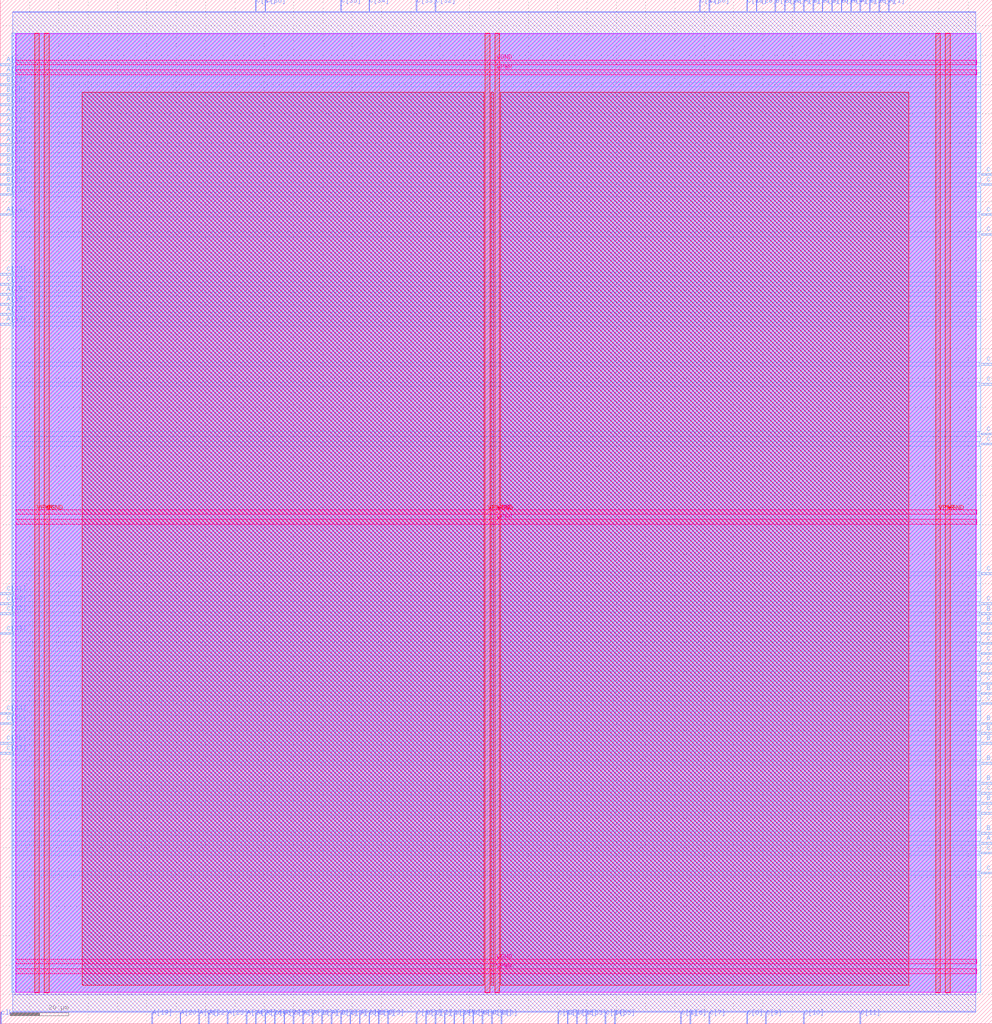
<source format=lef>
VERSION 5.7 ;
  NOWIREEXTENSIONATPIN ON ;
  DIVIDERCHAR "/" ;
  BUSBITCHARS "[]" ;
MACRO mul_32
  CLASS BLOCK ;
  FOREIGN mul_32 ;
  ORIGIN 0.000 0.000 ;
  SIZE 338.180 BY 348.900 ;
  PIN A[0]
    DIRECTION INPUT ;
    USE SIGNAL ;
    ANTENNAGATEAREA 0.213000 ;
    PORT
      LAYER met3 ;
        RECT 334.180 61.240 338.180 61.840 ;
    END
  END A[0]
  PIN A[10]
    DIRECTION INPUT ;
    USE SIGNAL ;
    ANTENNAGATEAREA 0.196500 ;
    PORT
      LAYER met3 ;
        RECT 0.000 309.440 4.000 310.040 ;
    END
  END A[10]
  PIN A[11]
    DIRECTION INPUT ;
    USE SIGNAL ;
    ANTENNAGATEAREA 0.213000 ;
    PORT
      LAYER met3 ;
        RECT 0.000 306.040 4.000 306.640 ;
    END
  END A[11]
  PIN A[12]
    DIRECTION INPUT ;
    USE SIGNAL ;
    ANTENNAGATEAREA 0.196500 ;
    PORT
      LAYER met3 ;
        RECT 0.000 302.640 4.000 303.240 ;
    END
  END A[12]
  PIN A[13]
    DIRECTION INPUT ;
    USE SIGNAL ;
    ANTENNAGATEAREA 0.213000 ;
    PORT
      LAYER met3 ;
        RECT 0.000 299.240 4.000 299.840 ;
    END
  END A[13]
  PIN A[14]
    DIRECTION INPUT ;
    USE SIGNAL ;
    ANTENNAGATEAREA 0.196500 ;
    PORT
      LAYER met3 ;
        RECT 0.000 275.440 4.000 276.040 ;
    END
  END A[14]
  PIN A[15]
    DIRECTION INPUT ;
    USE SIGNAL ;
    ANTENNAGATEAREA 0.196500 ;
    PORT
      LAYER met3 ;
        RECT 0.000 248.240 4.000 248.840 ;
    END
  END A[15]
  PIN A[16]
    DIRECTION INPUT ;
    USE SIGNAL ;
    ANTENNAGATEAREA 0.126000 ;
    PORT
      LAYER met3 ;
        RECT 0.000 244.840 4.000 245.440 ;
    END
  END A[16]
  PIN A[17]
    DIRECTION INPUT ;
    USE SIGNAL ;
    ANTENNAGATEAREA 0.196500 ;
    PORT
      LAYER met3 ;
        RECT 0.000 241.440 4.000 242.040 ;
    END
  END A[17]
  PIN A[18]
    DIRECTION INPUT ;
    USE SIGNAL ;
    ANTENNAGATEAREA 0.126000 ;
    PORT
      LAYER met3 ;
        RECT 0.000 238.040 4.000 238.640 ;
    END
  END A[18]
  PIN A[19]
    DIRECTION INPUT ;
    USE SIGNAL ;
    ANTENNAGATEAREA 0.213000 ;
    PORT
      LAYER met2 ;
        RECT 51.610 0.000 51.890 4.000 ;
    END
  END A[19]
  PIN A[1]
    DIRECTION INPUT ;
    USE SIGNAL ;
    ANTENNAGATEAREA 0.126000 ;
    PORT
      LAYER met2 ;
        RECT 302.770 344.900 303.050 348.900 ;
    END
  END A[1]
  PIN A[20]
    DIRECTION INPUT ;
    USE SIGNAL ;
    ANTENNAGATEAREA 0.159000 ;
    PORT
      LAYER met2 ;
        RECT 61.270 0.000 61.550 4.000 ;
    END
  END A[20]
  PIN A[21]
    DIRECTION INPUT ;
    USE SIGNAL ;
    ANTENNAGATEAREA 0.159000 ;
    PORT
      LAYER met2 ;
        RECT 67.710 0.000 67.990 4.000 ;
    END
  END A[21]
  PIN A[22]
    DIRECTION INPUT ;
    USE SIGNAL ;
    ANTENNAGATEAREA 0.196500 ;
    PORT
      LAYER met2 ;
        RECT 70.930 0.000 71.210 4.000 ;
    END
  END A[22]
  PIN A[23]
    DIRECTION INPUT ;
    USE SIGNAL ;
    ANTENNAGATEAREA 0.159000 ;
    PORT
      LAYER met2 ;
        RECT 77.370 0.000 77.650 4.000 ;
    END
  END A[23]
  PIN A[24]
    DIRECTION INPUT ;
    USE SIGNAL ;
    ANTENNAGATEAREA 0.213000 ;
    PORT
      LAYER met2 ;
        RECT 83.810 0.000 84.090 4.000 ;
    END
  END A[24]
  PIN A[25]
    DIRECTION INPUT ;
    USE SIGNAL ;
    ANTENNAGATEAREA 0.213000 ;
    PORT
      LAYER met2 ;
        RECT 87.030 0.000 87.310 4.000 ;
    END
  END A[25]
  PIN A[26]
    DIRECTION INPUT ;
    USE SIGNAL ;
    ANTENNAGATEAREA 0.196500 ;
    PORT
      LAYER met2 ;
        RECT 90.250 0.000 90.530 4.000 ;
    END
  END A[26]
  PIN A[27]
    DIRECTION INPUT ;
    USE SIGNAL ;
    ANTENNAGATEAREA 0.196500 ;
    PORT
      LAYER met2 ;
        RECT 103.130 0.000 103.410 4.000 ;
    END
  END A[27]
  PIN A[28]
    DIRECTION INPUT ;
    USE SIGNAL ;
    ANTENNAGATEAREA 0.196500 ;
    PORT
      LAYER met2 ;
        RECT 122.450 0.000 122.730 4.000 ;
    END
  END A[28]
  PIN A[29]
    DIRECTION INPUT ;
    USE SIGNAL ;
    ANTENNAGATEAREA 0.213000 ;
    PORT
      LAYER met2 ;
        RECT 96.690 0.000 96.970 4.000 ;
    END
  END A[29]
  PIN A[2]
    DIRECTION INPUT ;
    USE SIGNAL ;
    ANTENNAGATEAREA 0.196500 ;
    PORT
      LAYER met2 ;
        RECT 299.550 344.900 299.830 348.900 ;
    END
  END A[2]
  PIN A[30]
    DIRECTION INPUT ;
    USE SIGNAL ;
    ANTENNAGATEAREA 0.196500 ;
    PORT
      LAYER met2 ;
        RECT 112.790 0.000 113.070 4.000 ;
    END
  END A[30]
  PIN A[31]
    DIRECTION INPUT ;
    USE SIGNAL ;
    ANTENNAGATEAREA 0.196500 ;
    PORT
      LAYER met2 ;
        RECT 106.350 0.000 106.630 4.000 ;
    END
  END A[31]
  PIN A[3]
    DIRECTION INPUT ;
    USE SIGNAL ;
    ANTENNAGATEAREA 0.159000 ;
    PORT
      LAYER met2 ;
        RECT 293.110 344.900 293.390 348.900 ;
    END
  END A[3]
  PIN A[4]
    DIRECTION INPUT ;
    USE SIGNAL ;
    ANTENNAGATEAREA 0.159000 ;
    PORT
      LAYER met2 ;
        RECT 289.890 344.900 290.170 348.900 ;
    END
  END A[4]
  PIN A[5]
    DIRECTION INPUT ;
    USE SIGNAL ;
    ANTENNAGATEAREA 0.159000 ;
    PORT
      LAYER met2 ;
        RECT 280.230 344.900 280.510 348.900 ;
    END
  END A[5]
  PIN A[6]
    DIRECTION INPUT ;
    USE SIGNAL ;
    ANTENNAGATEAREA 0.213000 ;
    PORT
      LAYER met2 ;
        RECT 273.790 344.900 274.070 348.900 ;
    END
  END A[6]
  PIN A[7]
    DIRECTION INPUT ;
    USE SIGNAL ;
    ANTENNAGATEAREA 0.196500 ;
    PORT
      LAYER met2 ;
        RECT 270.570 344.900 270.850 348.900 ;
    END
  END A[7]
  PIN A[8]
    DIRECTION INPUT ;
    USE SIGNAL ;
    ANTENNAGATEAREA 0.196500 ;
    PORT
      LAYER met3 ;
        RECT 0.000 326.440 4.000 327.040 ;
    END
  END A[8]
  PIN A[9]
    DIRECTION INPUT ;
    USE SIGNAL ;
    ANTENNAGATEAREA 0.213000 ;
    PORT
      LAYER met3 ;
        RECT 0.000 323.040 4.000 323.640 ;
    END
  END A[9]
  PIN B[0]
    DIRECTION INPUT ;
    USE SIGNAL ;
    ANTENNAGATEAREA 0.159000 ;
    PORT
      LAYER met2 ;
        RECT 170.750 0.000 171.030 4.000 ;
    END
  END B[0]
  PIN B[10]
    DIRECTION INPUT ;
    USE SIGNAL ;
    ANTENNAGATEAREA 0.213000 ;
    PORT
      LAYER met3 ;
        RECT 334.180 81.640 338.180 82.240 ;
    END
  END B[10]
  PIN B[11]
    DIRECTION INPUT ;
    USE SIGNAL ;
    ANTENNAGATEAREA 0.159000 ;
    PORT
      LAYER met3 ;
        RECT 334.180 88.440 338.180 89.040 ;
    END
  END B[11]
  PIN B[12]
    DIRECTION INPUT ;
    USE SIGNAL ;
    ANTENNAGATEAREA 0.196500 ;
    PORT
      LAYER met3 ;
        RECT 334.180 95.240 338.180 95.840 ;
    END
  END B[12]
  PIN B[13]
    DIRECTION INPUT ;
    USE SIGNAL ;
    ANTENNAGATEAREA 0.159000 ;
    PORT
      LAYER met3 ;
        RECT 334.180 98.640 338.180 99.240 ;
    END
  END B[13]
  PIN B[14]
    DIRECTION INPUT ;
    USE SIGNAL ;
    ANTENNAGATEAREA 0.213000 ;
    PORT
      LAYER met3 ;
        RECT 334.180 102.040 338.180 102.640 ;
    END
  END B[14]
  PIN B[15]
    DIRECTION INPUT ;
    USE SIGNAL ;
    ANTENNAGATEAREA 0.213000 ;
    PORT
      LAYER met3 ;
        RECT 334.180 136.040 338.180 136.640 ;
    END
  END B[15]
  PIN B[16]
    DIRECTION INPUT ;
    USE SIGNAL ;
    ANTENNAGATEAREA 0.196500 ;
    PORT
      LAYER met3 ;
        RECT 334.180 112.240 338.180 112.840 ;
    END
  END B[16]
  PIN B[17]
    DIRECTION INPUT ;
    USE SIGNAL ;
    ANTENNAGATEAREA 0.196500 ;
    PORT
      LAYER met3 ;
        RECT 334.180 139.440 338.180 140.040 ;
    END
  END B[17]
  PIN B[18]
    DIRECTION INPUT ;
    USE SIGNAL ;
    ANTENNAGATEAREA 0.213000 ;
    PORT
      LAYER met2 ;
        RECT 296.330 344.900 296.610 348.900 ;
    END
  END B[18]
  PIN B[19]
    DIRECTION INPUT ;
    USE SIGNAL ;
    ANTENNAGATEAREA 0.213000 ;
    PORT
      LAYER met2 ;
        RECT 286.670 344.900 286.950 348.900 ;
    END
  END B[19]
  PIN B[1]
    DIRECTION INPUT ;
    USE SIGNAL ;
    ANTENNAGATEAREA 0.196500 ;
    PORT
      LAYER met2 ;
        RECT 144.990 0.000 145.270 4.000 ;
    END
  END B[1]
  PIN B[20]
    DIRECTION INPUT ;
    USE SIGNAL ;
    ANTENNAGATEAREA 0.196500 ;
    PORT
      LAYER met2 ;
        RECT 283.450 344.900 283.730 348.900 ;
    END
  END B[20]
  PIN B[21]
    DIRECTION INPUT ;
    USE SIGNAL ;
    ANTENNAGATEAREA 0.196500 ;
    PORT
      LAYER met2 ;
        RECT 277.010 344.900 277.290 348.900 ;
    END
  END B[21]
  PIN B[22]
    DIRECTION INPUT ;
    USE SIGNAL ;
    ANTENNAGATEAREA 0.213000 ;
    PORT
      LAYER met2 ;
        RECT 267.350 344.900 267.630 348.900 ;
    END
  END B[22]
  PIN B[23]
    DIRECTION INPUT ;
    USE SIGNAL ;
    ANTENNAGATEAREA 0.196500 ;
    PORT
      LAYER met2 ;
        RECT 264.130 344.900 264.410 348.900 ;
    END
  END B[23]
  PIN B[24]
    DIRECTION INPUT ;
    USE SIGNAL ;
    ANTENNAGATEAREA 0.213000 ;
    PORT
      LAYER met3 ;
        RECT 0.000 319.640 4.000 320.240 ;
    END
  END B[24]
  PIN B[25]
    DIRECTION INPUT ;
    USE SIGNAL ;
    ANTENNAGATEAREA 0.196500 ;
    PORT
      LAYER met3 ;
        RECT 0.000 316.240 4.000 316.840 ;
    END
  END B[25]
  PIN B[26]
    DIRECTION INPUT ;
    USE SIGNAL ;
    ANTENNAGATEAREA 0.213000 ;
    PORT
      LAYER met3 ;
        RECT 0.000 312.840 4.000 313.440 ;
    END
  END B[26]
  PIN B[27]
    DIRECTION INPUT ;
    USE SIGNAL ;
    ANTENNAGATEAREA 0.213000 ;
    PORT
      LAYER met3 ;
        RECT 0.000 295.840 4.000 296.440 ;
    END
  END B[27]
  PIN B[28]
    DIRECTION INPUT ;
    USE SIGNAL ;
    ANTENNAGATEAREA 0.213000 ;
    PORT
      LAYER met3 ;
        RECT 0.000 292.440 4.000 293.040 ;
    END
  END B[28]
  PIN B[29]
    DIRECTION INPUT ;
    USE SIGNAL ;
    ANTENNAGATEAREA 0.213000 ;
    PORT
      LAYER met3 ;
        RECT 0.000 289.040 4.000 289.640 ;
    END
  END B[29]
  PIN B[2]
    DIRECTION INPUT ;
    USE SIGNAL ;
    ANTENNAGATEAREA 0.159000 ;
    PORT
      LAYER met2 ;
        RECT 148.210 0.000 148.490 4.000 ;
    END
  END B[2]
  PIN B[30]
    DIRECTION INPUT ;
    USE SIGNAL ;
    ANTENNAGATEAREA 0.196500 ;
    PORT
      LAYER met3 ;
        RECT 0.000 285.640 4.000 286.240 ;
    END
  END B[30]
  PIN B[31]
    DIRECTION INPUT ;
    USE SIGNAL ;
    ANTENNAGATEAREA 0.213000 ;
    PORT
      LAYER met3 ;
        RECT 0.000 282.240 4.000 282.840 ;
    END
  END B[31]
  PIN B[3]
    DIRECTION INPUT ;
    USE SIGNAL ;
    ANTENNAGATEAREA 0.213000 ;
    PORT
      LAYER met2 ;
        RECT 132.110 0.000 132.390 4.000 ;
    END
  END B[3]
  PIN B[4]
    DIRECTION INPUT ;
    USE SIGNAL ;
    ANTENNAGATEAREA 0.196500 ;
    PORT
      LAYER met2 ;
        RECT 116.010 0.000 116.290 4.000 ;
    END
  END B[4]
  PIN B[5]
    DIRECTION INPUT ;
    USE SIGNAL ;
    ANTENNAGATEAREA 0.196500 ;
    PORT
      LAYER met2 ;
        RECT 119.230 0.000 119.510 4.000 ;
    END
  END B[5]
  PIN B[6]
    DIRECTION INPUT ;
    USE SIGNAL ;
    ANTENNAGATEAREA 0.213000 ;
    PORT
      LAYER met2 ;
        RECT 128.890 0.000 129.170 4.000 ;
    END
  END B[6]
  PIN B[7]
    DIRECTION INPUT ;
    USE SIGNAL ;
    ANTENNAGATEAREA 0.213000 ;
    PORT
      LAYER met2 ;
        RECT 109.570 0.000 109.850 4.000 ;
    END
  END B[7]
  PIN B[8]
    DIRECTION INPUT ;
    USE SIGNAL ;
    ANTENNAGATEAREA 0.196500 ;
    PORT
      LAYER met3 ;
        RECT 334.180 74.840 338.180 75.440 ;
    END
  END B[8]
  PIN B[9]
    DIRECTION INPUT ;
    USE SIGNAL ;
    ANTENNAGATEAREA 0.213000 ;
    PORT
      LAYER met3 ;
        RECT 334.180 64.640 338.180 65.240 ;
    END
  END B[9]
  PIN C[0]
    DIRECTION OUTPUT ;
    USE SIGNAL ;
    ANTENNADIFFAREA 0.445500 ;
    PORT
      LAYER met3 ;
        RECT 334.180 132.640 338.180 133.240 ;
    END
  END C[0]
  PIN C[10]
    DIRECTION OUTPUT ;
    USE SIGNAL ;
    ANTENNADIFFAREA 0.445500 ;
    PORT
      LAYER met2 ;
        RECT 273.790 0.000 274.070 4.000 ;
    END
  END C[10]
  PIN C[11]
    DIRECTION OUTPUT ;
    USE SIGNAL ;
    ANTENNADIFFAREA 0.445500 ;
    PORT
      LAYER met2 ;
        RECT 293.110 0.000 293.390 4.000 ;
    END
  END C[11]
  PIN C[12]
    DIRECTION OUTPUT ;
    USE SIGNAL ;
    ANTENNADIFFAREA 0.445500 ;
    PORT
      LAYER met3 ;
        RECT 334.180 51.040 338.180 51.640 ;
    END
  END C[12]
  PIN C[13]
    DIRECTION OUTPUT ;
    USE SIGNAL ;
    ANTENNADIFFAREA 0.445500 ;
    PORT
      LAYER met3 ;
        RECT 334.180 57.840 338.180 58.440 ;
    END
  END C[13]
  PIN C[14]
    DIRECTION OUTPUT ;
    USE SIGNAL ;
    ANTENNADIFFAREA 0.445500 ;
    PORT
      LAYER met3 ;
        RECT 334.180 71.440 338.180 72.040 ;
    END
  END C[14]
  PIN C[15]
    DIRECTION OUTPUT ;
    USE SIGNAL ;
    ANTENNADIFFAREA 0.445500 ;
    PORT
      LAYER met3 ;
        RECT 334.180 78.240 338.180 78.840 ;
    END
  END C[15]
  PIN C[16]
    DIRECTION OUTPUT ;
    USE SIGNAL ;
    ANTENNADIFFAREA 0.445500 ;
    PORT
      LAYER met3 ;
        RECT 334.180 119.040 338.180 119.640 ;
    END
  END C[16]
  PIN C[17]
    DIRECTION OUTPUT ;
    USE SIGNAL ;
    ANTENNADIFFAREA 0.445500 ;
    PORT
      LAYER met3 ;
        RECT 334.180 122.440 338.180 123.040 ;
    END
  END C[17]
  PIN C[18]
    DIRECTION OUTPUT ;
    USE SIGNAL ;
    ANTENNADIFFAREA 0.445500 ;
    PORT
      LAYER met3 ;
        RECT 334.180 142.840 338.180 143.440 ;
    END
  END C[18]
  PIN C[19]
    DIRECTION OUTPUT ;
    USE SIGNAL ;
    ANTENNADIFFAREA 0.445500 ;
    PORT
      LAYER met3 ;
        RECT 334.180 153.040 338.180 153.640 ;
    END
  END C[19]
  PIN C[1]
    DIRECTION OUTPUT ;
    USE SIGNAL ;
    ANTENNADIFFAREA 0.445500 ;
    PORT
      LAYER met3 ;
        RECT 334.180 129.240 338.180 129.840 ;
    END
  END C[1]
  PIN C[20]
    DIRECTION OUTPUT ;
    USE SIGNAL ;
    ANTENNADIFFAREA 0.445500 ;
    PORT
      LAYER met3 ;
        RECT 334.180 197.240 338.180 197.840 ;
    END
  END C[20]
  PIN C[21]
    DIRECTION OUTPUT ;
    USE SIGNAL ;
    ANTENNADIFFAREA 0.445500 ;
    PORT
      LAYER met3 ;
        RECT 334.180 200.640 338.180 201.240 ;
    END
  END C[21]
  PIN C[22]
    DIRECTION OUTPUT ;
    USE SIGNAL ;
    ANTENNADIFFAREA 0.445500 ;
    PORT
      LAYER met3 ;
        RECT 334.180 217.640 338.180 218.240 ;
    END
  END C[22]
  PIN C[23]
    DIRECTION OUTPUT ;
    USE SIGNAL ;
    ANTENNADIFFAREA 0.445500 ;
    PORT
      LAYER met3 ;
        RECT 334.180 224.440 338.180 225.040 ;
    END
  END C[23]
  PIN C[24]
    DIRECTION OUTPUT ;
    USE SIGNAL ;
    ANTENNADIFFAREA 0.445500 ;
    PORT
      LAYER met3 ;
        RECT 334.180 268.640 338.180 269.240 ;
    END
  END C[24]
  PIN C[25]
    DIRECTION OUTPUT ;
    USE SIGNAL ;
    ANTENNADIFFAREA 0.445500 ;
    PORT
      LAYER met3 ;
        RECT 334.180 275.440 338.180 276.040 ;
    END
  END C[25]
  PIN C[26]
    DIRECTION OUTPUT ;
    USE SIGNAL ;
    ANTENNADIFFAREA 0.445500 ;
    PORT
      LAYER met3 ;
        RECT 334.180 285.640 338.180 286.240 ;
    END
  END C[26]
  PIN C[27]
    DIRECTION OUTPUT ;
    USE SIGNAL ;
    ANTENNADIFFAREA 0.445500 ;
    PORT
      LAYER met3 ;
        RECT 334.180 289.040 338.180 289.640 ;
    END
  END C[27]
  PIN C[28]
    DIRECTION OUTPUT ;
    USE SIGNAL ;
    ANTENNADIFFAREA 0.445500 ;
    PORT
      LAYER met2 ;
        RECT 257.690 344.900 257.970 348.900 ;
    END
  END C[28]
  PIN C[29]
    DIRECTION OUTPUT ;
    USE SIGNAL ;
    ANTENNADIFFAREA 0.445500 ;
    PORT
      LAYER met2 ;
        RECT 254.470 344.900 254.750 348.900 ;
    END
  END C[29]
  PIN C[2]
    DIRECTION OUTPUT ;
    USE SIGNAL ;
    ANTENNADIFFAREA 0.445500 ;
    PORT
      LAYER met3 ;
        RECT 334.180 125.840 338.180 126.440 ;
    END
  END C[2]
  PIN C[30]
    DIRECTION OUTPUT ;
    USE SIGNAL ;
    ANTENNADIFFAREA 0.445500 ;
    PORT
      LAYER met2 ;
        RECT 241.590 344.900 241.870 348.900 ;
    END
  END C[30]
  PIN C[31]
    DIRECTION OUTPUT ;
    USE SIGNAL ;
    ANTENNADIFFAREA 0.445500 ;
    PORT
      LAYER met2 ;
        RECT 238.370 344.900 238.650 348.900 ;
    END
  END C[31]
  PIN C[32]
    DIRECTION OUTPUT ;
    USE SIGNAL ;
    ANTENNADIFFAREA 0.445500 ;
    PORT
      LAYER met2 ;
        RECT 148.210 344.900 148.490 348.900 ;
    END
  END C[32]
  PIN C[33]
    DIRECTION OUTPUT ;
    USE SIGNAL ;
    ANTENNADIFFAREA 0.445500 ;
    PORT
      LAYER met2 ;
        RECT 141.770 344.900 142.050 348.900 ;
    END
  END C[33]
  PIN C[34]
    DIRECTION OUTPUT ;
    USE SIGNAL ;
    ANTENNADIFFAREA 0.445500 ;
    PORT
      LAYER met2 ;
        RECT 125.670 344.900 125.950 348.900 ;
    END
  END C[34]
  PIN C[35]
    DIRECTION OUTPUT ;
    USE SIGNAL ;
    ANTENNADIFFAREA 0.445500 ;
    PORT
      LAYER met2 ;
        RECT 116.010 344.900 116.290 348.900 ;
    END
  END C[35]
  PIN C[36]
    DIRECTION OUTPUT ;
    USE SIGNAL ;
    ANTENNADIFFAREA 0.445500 ;
    PORT
      LAYER met2 ;
        RECT 90.250 344.900 90.530 348.900 ;
    END
  END C[36]
  PIN C[37]
    DIRECTION OUTPUT ;
    USE SIGNAL ;
    ANTENNADIFFAREA 0.445500 ;
    PORT
      LAYER met2 ;
        RECT 87.030 344.900 87.310 348.900 ;
    END
  END C[37]
  PIN C[38]
    DIRECTION OUTPUT ;
    USE SIGNAL ;
    ANTENNADIFFAREA 0.445500 ;
    PORT
      LAYER met3 ;
        RECT 0.000 255.040 4.000 255.640 ;
    END
  END C[38]
  PIN C[39]
    DIRECTION OUTPUT ;
    USE SIGNAL ;
    ANTENNADIFFAREA 0.445500 ;
    PORT
      LAYER met3 ;
        RECT 0.000 251.640 4.000 252.240 ;
    END
  END C[39]
  PIN C[3]
    DIRECTION OUTPUT ;
    USE SIGNAL ;
    ANTENNADIFFAREA 0.445500 ;
    PORT
      LAYER met3 ;
        RECT 334.180 115.640 338.180 116.240 ;
    END
  END C[3]
  PIN C[40]
    DIRECTION OUTPUT ;
    USE SIGNAL ;
    ANTENNADIFFAREA 0.445500 ;
    PORT
      LAYER met3 ;
        RECT 0.000 142.840 4.000 143.440 ;
    END
  END C[40]
  PIN C[41]
    DIRECTION OUTPUT ;
    USE SIGNAL ;
    ANTENNADIFFAREA 0.445500 ;
    PORT
      LAYER met3 ;
        RECT 0.000 146.240 4.000 146.840 ;
    END
  END C[41]
  PIN C[42]
    DIRECTION OUTPUT ;
    USE SIGNAL ;
    ANTENNADIFFAREA 0.445500 ;
    PORT
      LAYER met3 ;
        RECT 0.000 139.440 4.000 140.040 ;
    END
  END C[42]
  PIN C[43]
    DIRECTION OUTPUT ;
    USE SIGNAL ;
    ANTENNADIFFAREA 0.445500 ;
    PORT
      LAYER met3 ;
        RECT 0.000 132.640 4.000 133.240 ;
    END
  END C[43]
  PIN C[44]
    DIRECTION OUTPUT ;
    USE SIGNAL ;
    ANTENNADIFFAREA 0.445500 ;
    PORT
      LAYER met3 ;
        RECT 0.000 105.440 4.000 106.040 ;
    END
  END C[44]
  PIN C[45]
    DIRECTION OUTPUT ;
    USE SIGNAL ;
    ANTENNADIFFAREA 0.445500 ;
    PORT
      LAYER met3 ;
        RECT 0.000 102.040 4.000 102.640 ;
    END
  END C[45]
  PIN C[46]
    DIRECTION OUTPUT ;
    USE SIGNAL ;
    ANTENNADIFFAREA 0.445500 ;
    PORT
      LAYER met3 ;
        RECT 0.000 95.240 4.000 95.840 ;
    END
  END C[46]
  PIN C[47]
    DIRECTION OUTPUT ;
    USE SIGNAL ;
    ANTENNADIFFAREA 0.445500 ;
    PORT
      LAYER met3 ;
        RECT 0.000 91.840 4.000 92.440 ;
    END
  END C[47]
  PIN C[48]
    DIRECTION OUTPUT ;
    USE SIGNAL ;
    ANTENNADIFFAREA 0.445500 ;
    PORT
      LAYER met2 ;
        RECT 164.310 0.000 164.590 4.000 ;
    END
  END C[48]
  PIN C[49]
    DIRECTION OUTPUT ;
    USE SIGNAL ;
    ANTENNADIFFAREA 0.445500 ;
    PORT
      LAYER met2 ;
        RECT 161.090 0.000 161.370 4.000 ;
    END
  END C[49]
  PIN C[4]
    DIRECTION OUTPUT ;
    USE SIGNAL ;
    ANTENNADIFFAREA 0.445500 ;
    PORT
      LAYER met3 ;
        RECT 334.180 108.840 338.180 109.440 ;
    END
  END C[4]
  PIN C[50]
    DIRECTION OUTPUT ;
    USE SIGNAL ;
    ANTENNADIFFAREA 0.445500 ;
    PORT
      LAYER met2 ;
        RECT 151.430 0.000 151.710 4.000 ;
    END
  END C[50]
  PIN C[51]
    DIRECTION OUTPUT ;
    USE SIGNAL ;
    ANTENNADIFFAREA 0.445500 ;
    PORT
      LAYER met2 ;
        RECT 167.530 0.000 167.810 4.000 ;
    END
  END C[51]
  PIN C[52]
    DIRECTION OUTPUT ;
    USE SIGNAL ;
    ANTENNADIFFAREA 0.445500 ;
    PORT
      LAYER met2 ;
        RECT 190.070 0.000 190.350 4.000 ;
    END
  END C[52]
  PIN C[53]
    DIRECTION OUTPUT ;
    USE SIGNAL ;
    ANTENNADIFFAREA 0.445500 ;
    PORT
      LAYER met2 ;
        RECT 199.730 0.000 200.010 4.000 ;
    END
  END C[53]
  PIN C[54]
    DIRECTION OUTPUT ;
    USE SIGNAL ;
    ANTENNADIFFAREA 0.445500 ;
    PORT
      LAYER met2 ;
        RECT 206.170 0.000 206.450 4.000 ;
    END
  END C[54]
  PIN C[55]
    DIRECTION OUTPUT ;
    USE SIGNAL ;
    ANTENNADIFFAREA 0.445500 ;
    PORT
      LAYER met2 ;
        RECT 209.390 0.000 209.670 4.000 ;
    END
  END C[55]
  PIN C[56]
    DIRECTION OUTPUT ;
    USE SIGNAL ;
    ANTENNADIFFAREA 0.445500 ;
    PORT
      LAYER met2 ;
        RECT 196.510 0.000 196.790 4.000 ;
    END
  END C[56]
  PIN C[57]
    DIRECTION OUTPUT ;
    USE SIGNAL ;
    ANTENNADIFFAREA 0.445500 ;
    PORT
      LAYER met2 ;
        RECT 193.290 0.000 193.570 4.000 ;
    END
  END C[57]
  PIN C[58]
    DIRECTION OUTPUT ;
    USE SIGNAL ;
    ANTENNADIFFAREA 0.445500 ;
    PORT
      LAYER met2 ;
        RECT 157.870 0.000 158.150 4.000 ;
    END
  END C[58]
  PIN C[59]
    DIRECTION OUTPUT ;
    USE SIGNAL ;
    ANTENNADIFFAREA 0.445500 ;
    PORT
      LAYER met2 ;
        RECT 154.650 0.000 154.930 4.000 ;
    END
  END C[59]
  PIN C[5]
    DIRECTION OUTPUT ;
    USE SIGNAL ;
    ANTENNADIFFAREA 0.445500 ;
    PORT
      LAYER met2 ;
        RECT 231.930 0.000 232.210 4.000 ;
    END
  END C[5]
  PIN C[60]
    DIRECTION OUTPUT ;
    USE SIGNAL ;
    ANTENNADIFFAREA 0.445500 ;
    PORT
      LAYER met2 ;
        RECT 141.770 0.000 142.050 4.000 ;
    END
  END C[60]
  PIN C[61]
    DIRECTION OUTPUT ;
    USE SIGNAL ;
    ANTENNADIFFAREA 0.445500 ;
    PORT
      LAYER met2 ;
        RECT 125.670 0.000 125.950 4.000 ;
    END
  END C[61]
  PIN C[62]
    DIRECTION OUTPUT ;
    USE SIGNAL ;
    ANTENNADIFFAREA 0.445500 ;
    PORT
      LAYER met2 ;
        RECT 99.910 0.000 100.190 4.000 ;
    END
  END C[62]
  PIN C[63]
    DIRECTION OUTPUT ;
    USE SIGNAL ;
    ANTENNADIFFAREA 0.445500 ;
    PORT
      LAYER met2 ;
        RECT 93.470 0.000 93.750 4.000 ;
    END
  END C[63]
  PIN C[6]
    DIRECTION OUTPUT ;
    USE SIGNAL ;
    ANTENNADIFFAREA 0.445500 ;
    PORT
      LAYER met2 ;
        RECT 235.150 0.000 235.430 4.000 ;
    END
  END C[6]
  PIN C[7]
    DIRECTION OUTPUT ;
    USE SIGNAL ;
    ANTENNADIFFAREA 0.445500 ;
    PORT
      LAYER met2 ;
        RECT 241.590 0.000 241.870 4.000 ;
    END
  END C[7]
  PIN C[8]
    DIRECTION OUTPUT ;
    USE SIGNAL ;
    ANTENNADIFFAREA 0.445500 ;
    PORT
      LAYER met2 ;
        RECT 254.470 0.000 254.750 4.000 ;
    END
  END C[8]
  PIN C[9]
    DIRECTION OUTPUT ;
    USE SIGNAL ;
    ANTENNADIFFAREA 0.445500 ;
    PORT
      LAYER met2 ;
        RECT 260.910 0.000 261.190 4.000 ;
    END
  END C[9]
  PIN VGND
    DIRECTION INOUT ;
    USE GROUND ;
    PORT
      LAYER met4 ;
        RECT 15.020 10.640 16.620 337.520 ;
    END
    PORT
      LAYER met4 ;
        RECT 168.620 10.640 170.220 337.520 ;
    END
    PORT
      LAYER met4 ;
        RECT 322.220 10.640 323.820 337.520 ;
    END
    PORT
      LAYER met5 ;
        RECT 5.280 20.380 332.820 21.980 ;
    END
    PORT
      LAYER met5 ;
        RECT 5.280 173.560 332.820 175.160 ;
    END
    PORT
      LAYER met5 ;
        RECT 5.280 326.740 332.820 328.340 ;
    END
  END VGND
  PIN VPWR
    DIRECTION INOUT ;
    USE POWER ;
    PORT
      LAYER met4 ;
        RECT 11.720 10.640 13.320 337.520 ;
    END
    PORT
      LAYER met4 ;
        RECT 165.320 10.640 166.920 337.520 ;
    END
    PORT
      LAYER met4 ;
        RECT 318.920 10.640 320.520 337.520 ;
    END
    PORT
      LAYER met5 ;
        RECT 5.280 17.080 332.820 18.680 ;
    END
    PORT
      LAYER met5 ;
        RECT 5.280 170.260 332.820 171.860 ;
    END
    PORT
      LAYER met5 ;
        RECT 5.280 323.440 332.820 325.040 ;
    END
  END VPWR
  PIN clk
    DIRECTION INPUT ;
    USE SIGNAL ;
    PORT
      LAYER met2 ;
        RECT 0.090 0.000 0.370 4.000 ;
    END
  END clk
  OBS
      LAYER nwell ;
        RECT 5.330 10.795 332.770 337.365 ;
      LAYER li1 ;
        RECT 5.520 10.795 332.580 337.365 ;
      LAYER met1 ;
        RECT 4.210 9.900 332.580 337.520 ;
      LAYER met2 ;
        RECT 4.230 344.620 86.750 344.900 ;
        RECT 87.590 344.620 89.970 344.900 ;
        RECT 90.810 344.620 115.730 344.900 ;
        RECT 116.570 344.620 125.390 344.900 ;
        RECT 126.230 344.620 141.490 344.900 ;
        RECT 142.330 344.620 147.930 344.900 ;
        RECT 148.770 344.620 238.090 344.900 ;
        RECT 238.930 344.620 241.310 344.900 ;
        RECT 242.150 344.620 254.190 344.900 ;
        RECT 255.030 344.620 257.410 344.900 ;
        RECT 258.250 344.620 263.850 344.900 ;
        RECT 264.690 344.620 267.070 344.900 ;
        RECT 267.910 344.620 270.290 344.900 ;
        RECT 271.130 344.620 273.510 344.900 ;
        RECT 274.350 344.620 276.730 344.900 ;
        RECT 277.570 344.620 279.950 344.900 ;
        RECT 280.790 344.620 283.170 344.900 ;
        RECT 284.010 344.620 286.390 344.900 ;
        RECT 287.230 344.620 289.610 344.900 ;
        RECT 290.450 344.620 292.830 344.900 ;
        RECT 293.670 344.620 296.050 344.900 ;
        RECT 296.890 344.620 299.270 344.900 ;
        RECT 300.110 344.620 302.490 344.900 ;
        RECT 303.330 344.620 332.490 344.900 ;
        RECT 4.230 4.280 332.490 344.620 ;
        RECT 4.230 4.000 51.330 4.280 ;
        RECT 52.170 4.000 60.990 4.280 ;
        RECT 61.830 4.000 67.430 4.280 ;
        RECT 68.270 4.000 70.650 4.280 ;
        RECT 71.490 4.000 77.090 4.280 ;
        RECT 77.930 4.000 83.530 4.280 ;
        RECT 84.370 4.000 86.750 4.280 ;
        RECT 87.590 4.000 89.970 4.280 ;
        RECT 90.810 4.000 93.190 4.280 ;
        RECT 94.030 4.000 96.410 4.280 ;
        RECT 97.250 4.000 99.630 4.280 ;
        RECT 100.470 4.000 102.850 4.280 ;
        RECT 103.690 4.000 106.070 4.280 ;
        RECT 106.910 4.000 109.290 4.280 ;
        RECT 110.130 4.000 112.510 4.280 ;
        RECT 113.350 4.000 115.730 4.280 ;
        RECT 116.570 4.000 118.950 4.280 ;
        RECT 119.790 4.000 122.170 4.280 ;
        RECT 123.010 4.000 125.390 4.280 ;
        RECT 126.230 4.000 128.610 4.280 ;
        RECT 129.450 4.000 131.830 4.280 ;
        RECT 132.670 4.000 141.490 4.280 ;
        RECT 142.330 4.000 144.710 4.280 ;
        RECT 145.550 4.000 147.930 4.280 ;
        RECT 148.770 4.000 151.150 4.280 ;
        RECT 151.990 4.000 154.370 4.280 ;
        RECT 155.210 4.000 157.590 4.280 ;
        RECT 158.430 4.000 160.810 4.280 ;
        RECT 161.650 4.000 164.030 4.280 ;
        RECT 164.870 4.000 167.250 4.280 ;
        RECT 168.090 4.000 170.470 4.280 ;
        RECT 171.310 4.000 189.790 4.280 ;
        RECT 190.630 4.000 193.010 4.280 ;
        RECT 193.850 4.000 196.230 4.280 ;
        RECT 197.070 4.000 199.450 4.280 ;
        RECT 200.290 4.000 205.890 4.280 ;
        RECT 206.730 4.000 209.110 4.280 ;
        RECT 209.950 4.000 231.650 4.280 ;
        RECT 232.490 4.000 234.870 4.280 ;
        RECT 235.710 4.000 241.310 4.280 ;
        RECT 242.150 4.000 254.190 4.280 ;
        RECT 255.030 4.000 260.630 4.280 ;
        RECT 261.470 4.000 273.510 4.280 ;
        RECT 274.350 4.000 292.830 4.280 ;
        RECT 293.670 4.000 332.490 4.280 ;
      LAYER met3 ;
        RECT 3.990 327.440 334.180 337.445 ;
        RECT 4.400 326.040 334.180 327.440 ;
        RECT 3.990 324.040 334.180 326.040 ;
        RECT 4.400 322.640 334.180 324.040 ;
        RECT 3.990 320.640 334.180 322.640 ;
        RECT 4.400 319.240 334.180 320.640 ;
        RECT 3.990 317.240 334.180 319.240 ;
        RECT 4.400 315.840 334.180 317.240 ;
        RECT 3.990 313.840 334.180 315.840 ;
        RECT 4.400 312.440 334.180 313.840 ;
        RECT 3.990 310.440 334.180 312.440 ;
        RECT 4.400 309.040 334.180 310.440 ;
        RECT 3.990 307.040 334.180 309.040 ;
        RECT 4.400 305.640 334.180 307.040 ;
        RECT 3.990 303.640 334.180 305.640 ;
        RECT 4.400 302.240 334.180 303.640 ;
        RECT 3.990 300.240 334.180 302.240 ;
        RECT 4.400 298.840 334.180 300.240 ;
        RECT 3.990 296.840 334.180 298.840 ;
        RECT 4.400 295.440 334.180 296.840 ;
        RECT 3.990 293.440 334.180 295.440 ;
        RECT 4.400 292.040 334.180 293.440 ;
        RECT 3.990 290.040 334.180 292.040 ;
        RECT 4.400 288.640 333.780 290.040 ;
        RECT 3.990 286.640 334.180 288.640 ;
        RECT 4.400 285.240 333.780 286.640 ;
        RECT 3.990 283.240 334.180 285.240 ;
        RECT 4.400 281.840 334.180 283.240 ;
        RECT 3.990 276.440 334.180 281.840 ;
        RECT 4.400 275.040 333.780 276.440 ;
        RECT 3.990 269.640 334.180 275.040 ;
        RECT 3.990 268.240 333.780 269.640 ;
        RECT 3.990 256.040 334.180 268.240 ;
        RECT 4.400 254.640 334.180 256.040 ;
        RECT 3.990 252.640 334.180 254.640 ;
        RECT 4.400 251.240 334.180 252.640 ;
        RECT 3.990 249.240 334.180 251.240 ;
        RECT 4.400 247.840 334.180 249.240 ;
        RECT 3.990 245.840 334.180 247.840 ;
        RECT 4.400 244.440 334.180 245.840 ;
        RECT 3.990 242.440 334.180 244.440 ;
        RECT 4.400 241.040 334.180 242.440 ;
        RECT 3.990 239.040 334.180 241.040 ;
        RECT 4.400 237.640 334.180 239.040 ;
        RECT 3.990 225.440 334.180 237.640 ;
        RECT 3.990 224.040 333.780 225.440 ;
        RECT 3.990 218.640 334.180 224.040 ;
        RECT 3.990 217.240 333.780 218.640 ;
        RECT 3.990 201.640 334.180 217.240 ;
        RECT 3.990 200.240 333.780 201.640 ;
        RECT 3.990 198.240 334.180 200.240 ;
        RECT 3.990 196.840 333.780 198.240 ;
        RECT 3.990 154.040 334.180 196.840 ;
        RECT 3.990 152.640 333.780 154.040 ;
        RECT 3.990 147.240 334.180 152.640 ;
        RECT 4.400 145.840 334.180 147.240 ;
        RECT 3.990 143.840 334.180 145.840 ;
        RECT 4.400 142.440 333.780 143.840 ;
        RECT 3.990 140.440 334.180 142.440 ;
        RECT 4.400 139.040 333.780 140.440 ;
        RECT 3.990 137.040 334.180 139.040 ;
        RECT 3.990 135.640 333.780 137.040 ;
        RECT 3.990 133.640 334.180 135.640 ;
        RECT 4.400 132.240 333.780 133.640 ;
        RECT 3.990 130.240 334.180 132.240 ;
        RECT 3.990 128.840 333.780 130.240 ;
        RECT 3.990 126.840 334.180 128.840 ;
        RECT 3.990 125.440 333.780 126.840 ;
        RECT 3.990 123.440 334.180 125.440 ;
        RECT 3.990 122.040 333.780 123.440 ;
        RECT 3.990 120.040 334.180 122.040 ;
        RECT 3.990 118.640 333.780 120.040 ;
        RECT 3.990 116.640 334.180 118.640 ;
        RECT 3.990 115.240 333.780 116.640 ;
        RECT 3.990 113.240 334.180 115.240 ;
        RECT 3.990 111.840 333.780 113.240 ;
        RECT 3.990 109.840 334.180 111.840 ;
        RECT 3.990 108.440 333.780 109.840 ;
        RECT 3.990 106.440 334.180 108.440 ;
        RECT 4.400 105.040 334.180 106.440 ;
        RECT 3.990 103.040 334.180 105.040 ;
        RECT 4.400 101.640 333.780 103.040 ;
        RECT 3.990 99.640 334.180 101.640 ;
        RECT 3.990 98.240 333.780 99.640 ;
        RECT 3.990 96.240 334.180 98.240 ;
        RECT 4.400 94.840 333.780 96.240 ;
        RECT 3.990 92.840 334.180 94.840 ;
        RECT 4.400 91.440 334.180 92.840 ;
        RECT 3.990 89.440 334.180 91.440 ;
        RECT 3.990 88.040 333.780 89.440 ;
        RECT 3.990 82.640 334.180 88.040 ;
        RECT 3.990 81.240 333.780 82.640 ;
        RECT 3.990 79.240 334.180 81.240 ;
        RECT 3.990 77.840 333.780 79.240 ;
        RECT 3.990 75.840 334.180 77.840 ;
        RECT 3.990 74.440 333.780 75.840 ;
        RECT 3.990 72.440 334.180 74.440 ;
        RECT 3.990 71.040 333.780 72.440 ;
        RECT 3.990 65.640 334.180 71.040 ;
        RECT 3.990 64.240 333.780 65.640 ;
        RECT 3.990 62.240 334.180 64.240 ;
        RECT 3.990 60.840 333.780 62.240 ;
        RECT 3.990 58.840 334.180 60.840 ;
        RECT 3.990 57.440 333.780 58.840 ;
        RECT 3.990 52.040 334.180 57.440 ;
        RECT 3.990 50.640 333.780 52.040 ;
        RECT 3.990 10.715 334.180 50.640 ;
      LAYER met4 ;
        RECT 27.895 13.095 164.920 317.385 ;
        RECT 167.320 13.095 168.220 317.385 ;
        RECT 170.620 13.095 309.745 317.385 ;
  END
END mul_32
END LIBRARY


</source>
